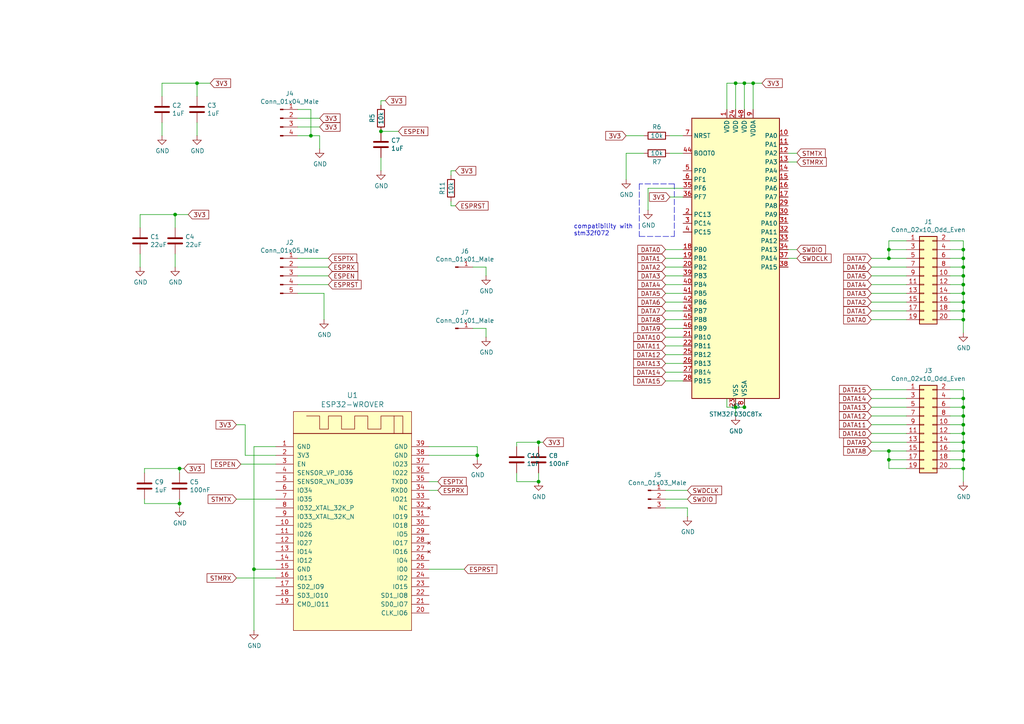
<source format=kicad_sch>
(kicad_sch (version 20250114) (generator "eeschema") (generator_version "9.0")
  (paper "A4")
  (lib_symbols
    (symbol "Connector:Conn_01x01_Male" (pin_names (offset 1.016) (hide yes))
      (property "Reference" "J" (at 0 2.54 0))
      (property "Value" "Connector_Conn_01x01_Male" (at 0 -2.54 0))
      (symbol "Conn_01x01_Male_1_1"
        (rectangle (start 0.8636 0.127) (end 0 -0.127) (stroke (width 0.1524)) (fill (type outline)))
        (polyline (pts (xy 1.27 0) (xy 0.8636 0)) (stroke (width 0.1524)))
        (pin passive line (at 5.08 0 180) (length 3.81) (name "Pin_1") (number "1"))
      )
    )
    (symbol "Connector:Conn_01x03_Male" (pin_names (offset 1.016) (hide yes))
      (property "Reference" "J" (at 0 5.08 0))
      (property "Value" "Connector_Conn_01x03_Male" (at 0 -5.08 0))
      (symbol "Conn_01x03_Male_1_1"
        (rectangle (start 0.8636 2.667) (end 0 2.413) (stroke (width 0.1524)) (fill (type outline)))
        (rectangle (start 0.8636 0.127) (end 0 -0.127) (stroke (width 0.1524)) (fill (type outline)))
        (rectangle (start 0.8636 -2.413) (end 0 -2.667) (stroke (width 0.1524)) (fill (type outline)))
        (polyline (pts (xy 1.27 2.54) (xy 0.8636 2.54)) (stroke (width 0.1524)))
        (polyline (pts (xy 1.27 0) (xy 0.8636 0)) (stroke (width 0.1524)))
        (polyline (pts (xy 1.27 -2.54) (xy 0.8636 -2.54)) (stroke (width 0.1524)))
        (pin passive line (at 5.08 2.54 180) (length 3.81) (name "Pin_1") (number "1"))
        (pin passive line (at 5.08 0 180) (length 3.81) (name "Pin_2") (number "2"))
        (pin passive line (at 5.08 -2.54 180) (length 3.81) (name "Pin_3") (number "3"))
      )
    )
    (symbol "Connector:Conn_01x04_Male" (pin_names (offset 1.016) (hide yes))
      (property "Reference" "J" (at 0 5.08 0))
      (property "Value" "Connector_Conn_01x04_Male" (at 0 -7.62 0))
      (symbol "Conn_01x04_Male_1_1"
        (rectangle (start 0.8636 2.667) (end 0 2.413) (stroke (width 0.1524)) (fill (type outline)))
        (rectangle (start 0.8636 0.127) (end 0 -0.127) (stroke (width 0.1524)) (fill (type outline)))
        (rectangle (start 0.8636 -2.413) (end 0 -2.667) (stroke (width 0.1524)) (fill (type outline)))
        (rectangle (start 0.8636 -4.953) (end 0 -5.207) (stroke (width 0.1524)) (fill (type outline)))
        (polyline (pts (xy 1.27 2.54) (xy 0.8636 2.54)) (stroke (width 0.1524)))
        (polyline (pts (xy 1.27 0) (xy 0.8636 0)) (stroke (width 0.1524)))
        (polyline (pts (xy 1.27 -2.54) (xy 0.8636 -2.54)) (stroke (width 0.1524)))
        (polyline (pts (xy 1.27 -5.08) (xy 0.8636 -5.08)) (stroke (width 0.1524)))
        (pin passive line (at 5.08 2.54 180) (length 3.81) (name "Pin_1") (number "1"))
        (pin passive line (at 5.08 0 180) (length 3.81) (name "Pin_2") (number "2"))
        (pin passive line (at 5.08 -2.54 180) (length 3.81) (name "Pin_3") (number "3"))
        (pin passive line (at 5.08 -5.08 180) (length 3.81) (name "Pin_4") (number "4"))
      )
    )
    (symbol "Connector:Conn_01x05_Male" (pin_names (offset 1.016) (hide yes))
      (property "Reference" "J" (at 0 7.62 0))
      (property "Value" "Connector_Conn_01x05_Male" (at 0 -7.62 0))
      (symbol "Conn_01x05_Male_1_1"
        (rectangle (start 0.8636 5.207) (end 0 4.953) (stroke (width 0.1524)) (fill (type outline)))
        (rectangle (start 0.8636 2.667) (end 0 2.413) (stroke (width 0.1524)) (fill (type outline)))
        (rectangle (start 0.8636 0.127) (end 0 -0.127) (stroke (width 0.1524)) (fill (type outline)))
        (rectangle (start 0.8636 -2.413) (end 0 -2.667) (stroke (width 0.1524)) (fill (type outline)))
        (rectangle (start 0.8636 -4.953) (end 0 -5.207) (stroke (width 0.1524)) (fill (type outline)))
        (polyline (pts (xy 1.27 5.08) (xy 0.8636 5.08)) (stroke (width 0.1524)))
        (polyline (pts (xy 1.27 2.54) (xy 0.8636 2.54)) (stroke (width 0.1524)))
        (polyline (pts (xy 1.27 0) (xy 0.8636 0)) (stroke (width 0.1524)))
        (polyline (pts (xy 1.27 -2.54) (xy 0.8636 -2.54)) (stroke (width 0.1524)))
        (polyline (pts (xy 1.27 -5.08) (xy 0.8636 -5.08)) (stroke (width 0.1524)))
        (pin passive line (at 5.08 5.08 180) (length 3.81) (name "Pin_1") (number "1"))
        (pin passive line (at 5.08 2.54 180) (length 3.81) (name "Pin_2") (number "2"))
        (pin passive line (at 5.08 0 180) (length 3.81) (name "Pin_3") (number "3"))
        (pin passive line (at 5.08 -2.54 180) (length 3.81) (name "Pin_4") (number "4"))
        (pin passive line (at 5.08 -5.08 180) (length 3.81) (name "Pin_5") (number "5"))
      )
    )
    (symbol "Connector_Generic:Conn_02x10_Odd_Even" (pin_names (offset 1.016) (hide yes))
      (property "Reference" "J" (at 1.27 12.7 0))
      (property "Value" "Conn_02x10_Odd_Even" (at 1.27 -15.24 0))
      (symbol "Conn_02x10_Odd_Even_1_1"
        (rectangle (start -1.27 11.43) (end 3.81 -13.97) (stroke (width 0.254)) (fill (type background)))
        (rectangle (start -1.27 10.287) (end 0 10.033) (stroke (width 0.1524)))
        (rectangle (start -1.27 7.747) (end 0 7.493) (stroke (width 0.1524)))
        (rectangle (start -1.27 5.207) (end 0 4.953) (stroke (width 0.1524)))
        (rectangle (start -1.27 2.667) (end 0 2.413) (stroke (width 0.1524)))
        (rectangle (start -1.27 0.127) (end 0 -0.127) (stroke (width 0.1524)))
        (rectangle (start -1.27 -2.413) (end 0 -2.667) (stroke (width 0.1524)))
        (rectangle (start -1.27 -4.953) (end 0 -5.207) (stroke (width 0.1524)))
        (rectangle (start -1.27 -7.493) (end 0 -7.747) (stroke (width 0.1524)))
        (rectangle (start -1.27 -10.033) (end 0 -10.287) (stroke (width 0.1524)))
        (rectangle (start -1.27 -12.573) (end 0 -12.827) (stroke (width 0.1524)))
        (rectangle (start 3.81 10.287) (end 2.54 10.033) (stroke (width 0.1524)))
        (rectangle (start 3.81 7.747) (end 2.54 7.493) (stroke (width 0.1524)))
        (rectangle (start 3.81 5.207) (end 2.54 4.953) (stroke (width 0.1524)))
        (rectangle (start 3.81 2.667) (end 2.54 2.413) (stroke (width 0.1524)))
        (rectangle (start 3.81 0.127) (end 2.54 -0.127) (stroke (width 0.1524)))
        (rectangle (start 3.81 -2.413) (end 2.54 -2.667) (stroke (width 0.1524)))
        (rectangle (start 3.81 -4.953) (end 2.54 -5.207) (stroke (width 0.1524)))
        (rectangle (start 3.81 -7.493) (end 2.54 -7.747) (stroke (width 0.1524)))
        (rectangle (start 3.81 -10.033) (end 2.54 -10.287) (stroke (width 0.1524)))
        (rectangle (start 3.81 -12.573) (end 2.54 -12.827) (stroke (width 0.1524)))
        (pin passive line (at -5.08 10.16 0) (length 3.81) (name "Pin_1") (number "1"))
        (pin passive line (at -5.08 7.62 0) (length 3.81) (name "Pin_3") (number "3"))
        (pin passive line (at -5.08 5.08 0) (length 3.81) (name "Pin_5") (number "5"))
        (pin passive line (at -5.08 2.54 0) (length 3.81) (name "Pin_7") (number "7"))
        (pin passive line (at -5.08 0 0) (length 3.81) (name "Pin_9") (number "9"))
        (pin passive line (at -5.08 -2.54 0) (length 3.81) (name "Pin_11") (number "11"))
        (pin passive line (at -5.08 -5.08 0) (length 3.81) (name "Pin_13") (number "13"))
        (pin passive line (at -5.08 -7.62 0) (length 3.81) (name "Pin_15") (number "15"))
        (pin passive line (at -5.08 -10.16 0) (length 3.81) (name "Pin_17") (number "17"))
        (pin passive line (at -5.08 -12.7 0) (length 3.81) (name "Pin_19") (number "19"))
        (pin passive line (at 7.62 10.16 180) (length 3.81) (name "Pin_2") (number "2"))
        (pin passive line (at 7.62 7.62 180) (length 3.81) (name "Pin_4") (number "4"))
        (pin passive line (at 7.62 5.08 180) (length 3.81) (name "Pin_6") (number "6"))
        (pin passive line (at 7.62 2.54 180) (length 3.81) (name "Pin_8") (number "8"))
        (pin passive line (at 7.62 0 180) (length 3.81) (name "Pin_10") (number "10"))
        (pin passive line (at 7.62 -2.54 180) (length 3.81) (name "Pin_12") (number "12"))
        (pin passive line (at 7.62 -5.08 180) (length 3.81) (name "Pin_14") (number "14"))
        (pin passive line (at 7.62 -7.62 180) (length 3.81) (name "Pin_16") (number "16"))
        (pin passive line (at 7.62 -10.16 180) (length 3.81) (name "Pin_18") (number "18"))
        (pin passive line (at 7.62 -12.7 180) (length 3.81) (name "Pin_20") (number "20"))
      )
    )
    (symbol "Device:C" (pin_numbers (hide yes)) (pin_names (offset 0.254))
      (property "Reference" "C" (at 0.635 2.54 0))
      (property "Value" "C" (at 0.635 -2.54 0))
      (symbol "C_0_1"
        (polyline (pts (xy -2.032 0.762) (xy 2.032 0.762)) (stroke (width 0.508)))
        (polyline (pts (xy -2.032 -0.762) (xy 2.032 -0.762)) (stroke (width 0.508)))
      )
      (symbol "C_1_1"
        (pin passive line (at 0 3.81 270) (length 2.794) (name "~") (number "1"))
        (pin passive line (at 0 -3.81 90) (length 2.794) (name "~") (number "2"))
      )
    )
    (symbol "Device:R" (pin_numbers (hide yes)) (pin_names (offset 0))
      (property "Reference" "R" (at 2.032 0 90))
      (property "Value" "R" (at 0 0 90))
      (symbol "R_0_1"
        (rectangle (start -1.016 -2.54) (end 1.016 2.54) (stroke (width 0.254)))
      )
      (symbol "R_1_1"
        (pin passive line (at 0 3.81 270) (length 1.27) (name "~") (number "1"))
        (pin passive line (at 0 -3.81 90) (length 1.27) (name "~") (number "2"))
      )
    )
    (symbol "MCU_ST_STM32F0:STM32F030C8Tx"
      (property "Reference" "U" (at -12.7 41.91 0))
      (property "Value" "STM32F030C8Tx" (at 7.62 41.91 0))
      (symbol "STM32F030C8Tx_0_1"
        (rectangle (start -12.7 -40.64) (end 12.7 40.64) (stroke (width 0.254)) (fill (type background)))
      )
      (symbol "STM32F030C8Tx_1_1"
        (pin input line (at -15.24 35.56 0) (length 2.54) (name "NRST") (number "7"))
        (pin input line (at -15.24 30.48 0) (length 2.54) (name "BOOT0") (number "44"))
        (pin bidirectional line (at -15.24 25.4 0) (length 2.54) (name "PF0") (number "5"))
        (pin bidirectional line (at -15.24 22.86 0) (length 2.54) (name "PF1") (number "6"))
        (pin bidirectional line (at -15.24 20.32 0) (length 2.54) (name "PF6") (number "35"))
        (pin bidirectional line (at -15.24 17.78 0) (length 2.54) (name "PF7") (number "36"))
        (pin bidirectional line (at -15.24 12.7 0) (length 2.54) (name "PC13") (number "2"))
        (pin bidirectional line (at -15.24 10.16 0) (length 2.54) (name "PC14") (number "3"))
        (pin bidirectional line (at -15.24 7.62 0) (length 2.54) (name "PC15") (number "4"))
        (pin bidirectional line (at -15.24 2.54 0) (length 2.54) (name "PB0") (number "18"))
        (pin bidirectional line (at -15.24 0 0) (length 2.54) (name "PB1") (number "19"))
        (pin bidirectional line (at -15.24 -2.54 0) (length 2.54) (name "PB2") (number "20"))
        (pin bidirectional line (at -15.24 -5.08 0) (length 2.54) (name "PB3") (number "39"))
        (pin bidirectional line (at -15.24 -7.62 0) (length 2.54) (name "PB4") (number "40"))
        (pin bidirectional line (at -15.24 -10.16 0) (length 2.54) (name "PB5") (number "41"))
        (pin bidirectional line (at -15.24 -12.7 0) (length 2.54) (name "PB6") (number "42"))
        (pin bidirectional line (at -15.24 -15.24 0) (length 2.54) (name "PB7") (number "43"))
        (pin bidirectional line (at -15.24 -17.78 0) (length 2.54) (name "PB8") (number "45"))
        (pin bidirectional line (at -15.24 -20.32 0) (length 2.54) (name "PB9") (number "46"))
        (pin bidirectional line (at -15.24 -22.86 0) (length 2.54) (name "PB10") (number "21"))
        (pin bidirectional line (at -15.24 -25.4 0) (length 2.54) (name "PB11") (number "22"))
        (pin bidirectional line (at -15.24 -27.94 0) (length 2.54) (name "PB12") (number "25"))
        (pin bidirectional line (at -15.24 -30.48 0) (length 2.54) (name "PB13") (number "26"))
        (pin bidirectional line (at -15.24 -33.02 0) (length 2.54) (name "PB14") (number "27"))
        (pin bidirectional line (at -15.24 -35.56 0) (length 2.54) (name "PB15") (number "28"))
        (pin power_in line (at -2.54 43.18 270) (length 2.54) (name "VDD") (number "1"))
        (pin power_in line (at 0 43.18 270) (length 2.54) (name "VDD") (number "24"))
        (pin power_in line (at 0 -43.18 90) (length 2.54) (name "VSS") (number "23"))
        (pin passive line (at 0 -43.18 90) (length 2.54) (hide yes) (name "VSS") (number "47"))
        (pin power_in line (at 2.54 43.18 270) (length 2.54) (name "VDD") (number "48"))
        (pin power_in line (at 2.54 -43.18 90) (length 2.54) (name "VSSA") (number "8"))
        (pin power_in line (at 5.08 43.18 270) (length 2.54) (name "VDDA") (number "9"))
        (pin bidirectional line (at 15.24 35.56 180) (length 2.54) (name "PA0") (number "10"))
        (pin bidirectional line (at 15.24 33.02 180) (length 2.54) (name "PA1") (number "11"))
        (pin bidirectional line (at 15.24 30.48 180) (length 2.54) (name "PA2") (number "12"))
        (pin bidirectional line (at 15.24 27.94 180) (length 2.54) (name "PA3") (number "13"))
        (pin bidirectional line (at 15.24 25.4 180) (length 2.54) (name "PA4") (number "14"))
        (pin bidirectional line (at 15.24 22.86 180) (length 2.54) (name "PA5") (number "15"))
        (pin bidirectional line (at 15.24 20.32 180) (length 2.54) (name "PA6") (number "16"))
        (pin bidirectional line (at 15.24 17.78 180) (length 2.54) (name "PA7") (number "17"))
        (pin bidirectional line (at 15.24 15.24 180) (length 2.54) (name "PA8") (number "29"))
        (pin bidirectional line (at 15.24 12.7 180) (length 2.54) (name "PA9") (number "30"))
        (pin bidirectional line (at 15.24 10.16 180) (length 2.54) (name "PA10") (number "31"))
        (pin bidirectional line (at 15.24 7.62 180) (length 2.54) (name "PA11") (number "32"))
        (pin bidirectional line (at 15.24 5.08 180) (length 2.54) (name "PA12") (number "33"))
        (pin bidirectional line (at 15.24 2.54 180) (length 2.54) (name "PA13") (number "34"))
        (pin bidirectional line (at 15.24 0 180) (length 2.54) (name "PA14") (number "37"))
        (pin bidirectional line (at 15.24 -2.54 180) (length 2.54) (name "PA15") (number "38"))
      )
    )
    (symbol "esp32-wrover:ESP32-WROVER" (pin_names (offset 1.016))
      (property "Reference" "U" (at -15.24 -33.02 0))
      (property "Value" "ESP32-WROVER" (at 6.35 -33.02 0))
      (symbol "ESP32-WROVER_0_1"
        (rectangle (start -17.78 29.21) (end 16.51 22.86) (fill (type background)))
        (rectangle (start -17.78 22.86) (end 16.51 -34.29) (fill (type background)))
        (polyline (pts (xy -13.97 27.94) (xy -10.16 27.94) (xy -10.16 24.13) (xy -7.62 24.13) (xy -7.62 27.94) (xy -3.81 27.94) (xy -3.81 24.13) (xy 0 24.13) (xy 0 27.94) (xy 3.81 27.94) (xy 3.81 24.13) (xy 7.62 24.13) (xy 7.62 27.94) (xy 11.43 27.94) (xy 11.43 22.86)))
        (polyline (pts (xy 11.43 27.94) (xy 13.97 27.94) (xy 13.97 22.86)))
      )
      (symbol "ESP32-WROVER_1_1"
        (pin power_in line (at -22.86 19.05 0) (length 5.08) (name "GND") (number "1"))
        (pin power_in line (at -22.86 16.51 0) (length 5.08) (name "3V3") (number "2"))
        (pin input line (at -22.86 13.97 0) (length 5.08) (name "EN") (number "3"))
        (pin input line (at -22.86 11.43 0) (length 5.08) (name "SENSOR_VP_IO36") (number "4"))
        (pin input line (at -22.86 8.89 0) (length 5.08) (name "SENSOR_VN_IO39") (number "5"))
        (pin input line (at -22.86 6.35 0) (length 5.08) (name "IO34") (number "6"))
        (pin input line (at -22.86 3.81 0) (length 5.08) (name "IO35") (number "7"))
        (pin bidirectional line (at -22.86 1.27 0) (length 5.08) (name "IO32_XTAL_32K_P") (number "8"))
        (pin bidirectional line (at -22.86 -1.27 0) (length 5.08) (name "IO33_XTAL_32K_N") (number "9"))
        (pin bidirectional line (at -22.86 -3.81 0) (length 5.08) (name "IO25") (number "10"))
        (pin bidirectional line (at -22.86 -6.35 0) (length 5.08) (name "IO26") (number "11"))
        (pin bidirectional line (at -22.86 -8.89 0) (length 5.08) (name "IO27") (number "12"))
        (pin bidirectional line (at -22.86 -11.43 0) (length 5.08) (name "IO14") (number "13"))
        (pin bidirectional line (at -22.86 -13.97 0) (length 5.08) (name "IO12") (number "14"))
        (pin power_in line (at -22.86 -16.51 0) (length 5.08) (name "GND") (number "15"))
        (pin bidirectional line (at -22.86 -19.05 0) (length 5.08) (name "IO13") (number "16"))
        (pin bidirectional line (at -22.86 -21.59 0) (length 5.08) (name "SD2_IO9") (number "17"))
        (pin bidirectional line (at -22.86 -24.13 0) (length 5.08) (name "SD3_IO10") (number "18"))
        (pin bidirectional line (at -22.86 -26.67 0) (length 5.08) (name "CMD_IO11") (number "19"))
        (pin power_in line (at 21.59 19.05 180) (length 5.08) (name "GND") (number "39"))
        (pin power_in line (at 21.59 16.51 180) (length 5.08) (name "GND") (number "38"))
        (pin bidirectional line (at 21.59 13.97 180) (length 5.08) (name "IO23") (number "37"))
        (pin bidirectional line (at 21.59 11.43 180) (length 5.08) (name "IO22") (number "36"))
        (pin output line (at 21.59 8.89 180) (length 5.08) (name "TXD0") (number "35"))
        (pin input line (at 21.59 6.35 180) (length 5.08) (name "RXD0") (number "34"))
        (pin bidirectional line (at 21.59 3.81 180) (length 5.08) (name "IO21") (number "33"))
        (pin no_connect line (at 21.59 1.27 180) (length 5.08) (name "NC") (number "32"))
        (pin bidirectional line (at 21.59 -1.27 180) (length 5.08) (name "IO19") (number "31"))
        (pin bidirectional line (at 21.59 -3.81 180) (length 5.08) (name "IO18") (number "30"))
        (pin bidirectional line (at 21.59 -6.35 180) (length 5.08) (name "IO5") (number "29"))
        (pin no_connect line (at 21.59 -8.89 180) (length 5.08) (name "IO17") (number "28"))
        (pin no_connect line (at 21.59 -11.43 180) (length 5.08) (name "IO16") (number "27"))
        (pin bidirectional line (at 21.59 -13.97 180) (length 5.08) (name "IO4") (number "26"))
        (pin bidirectional line (at 21.59 -16.51 180) (length 5.08) (name "IO0") (number "25"))
        (pin bidirectional line (at 21.59 -19.05 180) (length 5.08) (name "IO2") (number "24"))
        (pin bidirectional line (at 21.59 -21.59 180) (length 5.08) (name "IO15") (number "23"))
        (pin bidirectional line (at 21.59 -24.13 180) (length 5.08) (name "SD1_IO8") (number "22"))
        (pin bidirectional line (at 21.59 -26.67 180) (length 5.08) (name "SD0_IO7") (number "21"))
        (pin bidirectional line (at 21.59 -29.21 180) (length 5.08) (name "CLK_IO6") (number "20"))
      )
    )
    (symbol "power:GND" (power) (pin_numbers (hide yes)) (pin_names (offset 0) (hide yes))
      (property "Value" "GND" (at 0 -3.81 0))
      (symbol "GND_0_1"
        (polyline (pts (xy 0 0) (xy 0 -1.27) (xy 1.27 -1.27) (xy 0 -2.54) (xy -1.27 -1.27) (xy 0 -1.27)))
      )
      (symbol "GND_1_1"
        (pin power_in line (at 0 0 270) (length 0) (name "~") (number "1"))
      )
    )
  )
  (text "compatibility with\nstm32f072" (at 166.37 68.58 0) (effects (font (size 1.27 1.27)) (justify left bottom)))
  (junction (at 279.4 118.11))
  (junction (at 52.07 146.05))
  (junction (at 279.4 128.27))
  (junction (at 279.4 90.17))
  (junction (at 279.4 77.47))
  (junction (at 279.4 130.81))
  (junction (at 110.49 38.1))
  (junction (at 279.4 82.55))
  (junction (at 279.4 87.63))
  (junction (at 279.4 133.35))
  (junction (at 57.15 24.13))
  (junction (at 218.44 24.13))
  (junction (at 215.9 118.11))
  (junction (at 52.07 135.89))
  (junction (at 257.81 130.81))
  (junction (at 213.36 24.13))
  (junction (at 215.9 24.13))
  (junction (at 279.4 85.09))
  (junction (at 279.4 72.39))
  (junction (at 50.8 62.23))
  (junction (at 257.81 72.39))
  (junction (at 279.4 135.89))
  (junction (at 279.4 123.19))
  (junction (at 156.21 128.27))
  (junction (at 73.66 165.1))
  (junction (at 90.17 39.37))
  (junction (at 279.4 92.71))
  (junction (at 213.36 118.11))
  (junction (at 279.4 125.73))
  (junction (at 279.4 80.01))
  (junction (at 138.43 132.08))
  (junction (at 279.4 120.65))
  (junction (at 156.21 139.7))
  (junction (at 279.4 115.57))
  (junction (at 257.81 74.93))
  (junction (at 279.4 74.93))
  (junction (at 257.81 133.35))
  (wire (pts (xy 275.59 87.63) (xy 279.4 87.63)))
  (wire (pts (xy 40.64 73.66) (xy 40.64 77.47)))
  (wire (pts (xy 41.91 146.05) (xy 52.07 146.05)))
  (wire (pts (xy 193.04 77.47) (xy 198.12 77.47)))
  (wire (pts (xy 279.4 85.09) (xy 279.4 82.55)))
  (wire (pts (xy 279.4 139.7) (xy 279.4 135.89)))
  (wire (pts (xy 279.4 87.63) (xy 279.4 85.09)))
  (wire (pts (xy 140.97 97.79) (xy 140.97 95.25)))
  (wire (pts (xy 193.04 72.39) (xy 198.12 72.39)))
  (wire (pts (xy 198.12 44.45) (xy 194.31 44.45)))
  (wire (pts (xy 275.59 125.73) (xy 279.4 125.73)))
  (wire (pts (xy 50.8 62.23) (xy 40.64 62.23)))
  (wire (pts (xy 231.14 72.39) (xy 228.6 72.39)))
  (wire (pts (xy 215.9 24.13) (xy 218.44 24.13)))
  (wire (pts (xy 275.59 74.93) (xy 279.4 74.93)))
  (wire (pts (xy 213.36 24.13) (xy 213.36 31.75)))
  (wire (pts (xy 257.81 72.39) (xy 257.81 74.93)))
  (wire (pts (xy 57.15 27.94) (xy 57.15 24.13)))
  (wire (pts (xy 86.36 36.83) (xy 92.71 36.83)))
  (wire (pts (xy 279.4 133.35) (xy 279.4 130.81)))
  (wire (pts (xy 57.15 35.56) (xy 57.15 39.37)))
  (wire (pts (xy 198.12 57.15) (xy 194.31 57.15)))
  (wire (pts (xy 252.73 90.17) (xy 262.89 90.17)))
  (wire (pts (xy 275.59 90.17) (xy 279.4 90.17)))
  (wire (pts (xy 68.58 144.78) (xy 80.01 144.78)))
  (wire (pts (xy 279.4 90.17) (xy 279.4 87.63)))
  (wire (pts (xy 215.9 24.13) (xy 215.9 31.75)))
  (wire (pts (xy 275.59 118.11) (xy 279.4 118.11)))
  (wire (pts (xy 215.9 118.11) (xy 213.36 118.11)))
  (wire (pts (xy 124.46 165.1) (xy 134.62 165.1)))
  (wire (pts (xy 193.04 102.87) (xy 198.12 102.87)))
  (wire (pts (xy 86.36 82.55) (xy 95.25 82.55)))
  (wire (pts (xy 257.81 135.89) (xy 262.89 135.89)))
  (wire (pts (xy 80.01 165.1) (xy 73.66 165.1)))
  (wire (pts (xy 275.59 85.09) (xy 279.4 85.09)))
  (wire (pts (xy 275.59 80.01) (xy 279.4 80.01)))
  (wire (pts (xy 86.36 31.75) (xy 90.17 31.75)))
  (wire (pts (xy 279.4 92.71) (xy 275.59 92.71)))
  (wire (pts (xy 279.4 69.85) (xy 275.59 69.85)))
  (wire (pts (xy 40.64 62.23) (xy 40.64 66.04)))
  (wire (pts (xy 52.07 146.05) (xy 52.07 147.32)))
  (wire (pts (xy 186.69 39.37) (xy 181.61 39.37)))
  (wire (pts (xy 186.69 44.45) (xy 181.61 44.45)))
  (wire (pts (xy 279.4 125.73) (xy 279.4 123.19)))
  (wire (pts (xy 187.96 54.61) (xy 187.96 60.96)))
  (wire (pts (xy 213.36 24.13) (xy 210.82 24.13)))
  (wire (pts (xy 193.04 95.25) (xy 198.12 95.25)))
  (wire (pts (xy 140.97 77.47) (xy 137.16 77.47)))
  (wire (pts (xy 86.36 80.01) (xy 95.25 80.01)))
  (wire (pts (xy 257.81 133.35) (xy 262.89 133.35)))
  (polyline (pts (xy 195.58 68.58) (xy 195.58 53.34)) (stroke (width 0) (type dash)))
  (wire (pts (xy 149.86 137.16) (xy 149.86 139.7)))
  (wire (pts (xy 252.73 87.63) (xy 262.89 87.63)))
  (wire (pts (xy 257.81 69.85) (xy 262.89 69.85)))
  (wire (pts (xy 80.01 129.54) (xy 73.66 129.54)))
  (wire (pts (xy 231.14 44.45) (xy 228.6 44.45)))
  (wire (pts (xy 257.81 69.85) (xy 257.81 72.39)))
  (wire (pts (xy 86.36 34.29) (xy 92.71 34.29)))
  (wire (pts (xy 193.04 100.33) (xy 198.12 100.33)))
  (wire (pts (xy 279.4 82.55) (xy 279.4 80.01)))
  (polyline (pts (xy 185.42 53.34) (xy 185.42 68.58)) (stroke (width 0) (type dash)))
  (polyline (pts (xy 195.58 53.34) (xy 185.42 53.34)) (stroke (width 0) (type dash)))
  (wire (pts (xy 46.99 24.13) (xy 46.99 27.94)))
  (wire (pts (xy 127 142.24) (xy 124.46 142.24)))
  (wire (pts (xy 199.39 149.86) (xy 199.39 147.32)))
  (wire (pts (xy 71.12 123.19) (xy 71.12 132.08)))
  (wire (pts (xy 279.4 120.65) (xy 279.4 118.11)))
  (wire (pts (xy 52.07 135.89) (xy 41.91 135.89)))
  (wire (pts (xy 199.39 147.32) (xy 193.04 147.32)))
  (wire (pts (xy 252.73 115.57) (xy 262.89 115.57)))
  (wire (pts (xy 90.17 31.75) (xy 90.17 39.37)))
  (wire (pts (xy 252.73 118.11) (xy 262.89 118.11)))
  (wire (pts (xy 149.86 139.7) (xy 156.21 139.7)))
  (wire (pts (xy 193.04 92.71) (xy 198.12 92.71)))
  (wire (pts (xy 193.04 90.17) (xy 198.12 90.17)))
  (wire (pts (xy 279.4 96.52) (xy 279.4 92.71)))
  (wire (pts (xy 140.97 95.25) (xy 137.16 95.25)))
  (wire (pts (xy 132.08 59.69) (xy 130.81 59.69)))
  (wire (pts (xy 115.57 38.1) (xy 110.49 38.1)))
  (wire (pts (xy 193.04 87.63) (xy 198.12 87.63)))
  (wire (pts (xy 73.66 165.1) (xy 73.66 182.88)))
  (wire (pts (xy 157.48 128.27) (xy 156.21 128.27)))
  (wire (pts (xy 156.21 128.27) (xy 156.21 129.54)))
  (wire (pts (xy 279.4 135.89) (xy 275.59 135.89)))
  (wire (pts (xy 124.46 129.54) (xy 138.43 129.54)))
  (wire (pts (xy 252.73 130.81) (xy 257.81 130.81)))
  (wire (pts (xy 52.07 135.89) (xy 52.07 137.16)))
  (wire (pts (xy 252.73 113.03) (xy 262.89 113.03)))
  (wire (pts (xy 111.76 29.21) (xy 110.49 29.21)))
  (wire (pts (xy 86.36 74.93) (xy 95.25 74.93)))
  (wire (pts (xy 110.49 45.72) (xy 110.49 49.53)))
  (wire (pts (xy 50.8 73.66) (xy 50.8 77.47)))
  (wire (pts (xy 127 139.7) (xy 124.46 139.7)))
  (wire (pts (xy 140.97 80.01) (xy 140.97 77.47)))
  (wire (pts (xy 275.59 72.39) (xy 279.4 72.39)))
  (wire (pts (xy 279.4 118.11) (xy 279.4 115.57)))
  (wire (pts (xy 41.91 135.89) (xy 41.91 137.16)))
  (wire (pts (xy 257.81 135.89) (xy 257.81 133.35)))
  (wire (pts (xy 275.59 133.35) (xy 279.4 133.35)))
  (wire (pts (xy 252.73 77.47) (xy 262.89 77.47)))
  (wire (pts (xy 193.04 107.95) (xy 198.12 107.95)))
  (wire (pts (xy 57.15 24.13) (xy 46.99 24.13)))
  (wire (pts (xy 138.43 132.08) (xy 138.43 133.35)))
  (wire (pts (xy 68.58 167.64) (xy 80.01 167.64)))
  (wire (pts (xy 193.04 74.93) (xy 198.12 74.93)))
  (wire (pts (xy 193.04 85.09) (xy 198.12 85.09)))
  (wire (pts (xy 279.4 80.01) (xy 279.4 77.47)))
  (wire (pts (xy 86.36 39.37) (xy 90.17 39.37)))
  (wire (pts (xy 252.73 85.09) (xy 262.89 85.09)))
  (wire (pts (xy 86.36 85.09) (xy 93.98 85.09)))
  (wire (pts (xy 279.4 115.57) (xy 279.4 113.03)))
  (wire (pts (xy 124.46 132.08) (xy 138.43 132.08)))
  (wire (pts (xy 194.31 39.37) (xy 198.12 39.37)))
  (wire (pts (xy 54.61 62.23) (xy 50.8 62.23)))
  (wire (pts (xy 92.71 39.37) (xy 92.71 43.18)))
  (wire (pts (xy 213.36 120.65) (xy 213.36 118.11)))
  (wire (pts (xy 231.14 46.99) (xy 228.6 46.99)))
  (wire (pts (xy 130.81 58.42) (xy 130.81 59.69)))
  (wire (pts (xy 252.73 92.71) (xy 262.89 92.71)))
  (wire (pts (xy 210.82 24.13) (xy 210.82 31.75)))
  (wire (pts (xy 279.4 92.71) (xy 279.4 90.17)))
  (wire (pts (xy 218.44 24.13) (xy 220.98 24.13)))
  (wire (pts (xy 130.81 49.53) (xy 130.81 50.8)))
  (wire (pts (xy 252.73 123.19) (xy 262.89 123.19)))
  (wire (pts (xy 257.81 74.93) (xy 262.89 74.93)))
  (wire (pts (xy 215.9 115.57) (xy 215.9 118.11)))
  (wire (pts (xy 193.04 105.41) (xy 198.12 105.41)))
  (wire (pts (xy 71.12 132.08) (xy 80.01 132.08)))
  (polyline (pts (xy 185.42 68.58) (xy 195.58 68.58)) (stroke (width 0) (type dash)))
  (wire (pts (xy 53.34 135.89) (xy 52.07 135.89)))
  (wire (pts (xy 52.07 144.78) (xy 52.07 146.05)))
  (wire (pts (xy 275.59 123.19) (xy 279.4 123.19)))
  (wire (pts (xy 156.21 137.16) (xy 156.21 139.7)))
  (wire (pts (xy 252.73 80.01) (xy 262.89 80.01)))
  (wire (pts (xy 156.21 128.27) (xy 149.86 128.27)))
  (wire (pts (xy 199.39 142.24) (xy 193.04 142.24)))
  (wire (pts (xy 73.66 129.54) (xy 73.66 165.1)))
  (wire (pts (xy 252.73 128.27) (xy 262.89 128.27)))
  (wire (pts (xy 257.81 72.39) (xy 262.89 72.39)))
  (wire (pts (xy 279.4 128.27) (xy 279.4 125.73)))
  (wire (pts (xy 275.59 115.57) (xy 279.4 115.57)))
  (wire (pts (xy 90.17 39.37) (xy 92.71 39.37)))
  (wire (pts (xy 68.58 123.19) (xy 71.12 123.19)))
  (wire (pts (xy 181.61 52.07) (xy 181.61 44.45)))
  (wire (pts (xy 210.82 118.11) (xy 210.82 115.57)))
  (wire (pts (xy 257.81 130.81) (xy 262.89 130.81)))
  (wire (pts (xy 213.36 118.11) (xy 213.36 115.57)))
  (wire (pts (xy 257.81 130.81) (xy 257.81 133.35)))
  (wire (pts (xy 132.08 49.53) (xy 130.81 49.53)))
  (wire (pts (xy 252.73 120.65) (xy 262.89 120.65)))
  (wire (pts (xy 279.4 113.03) (xy 275.59 113.03)))
  (wire (pts (xy 218.44 24.13) (xy 218.44 31.75)))
  (wire (pts (xy 279.4 72.39) (xy 279.4 69.85)))
  (wire (pts (xy 275.59 82.55) (xy 279.4 82.55)))
  (wire (pts (xy 199.39 144.78) (xy 193.04 144.78)))
  (wire (pts (xy 193.04 110.49) (xy 198.12 110.49)))
  (wire (pts (xy 275.59 128.27) (xy 279.4 128.27)))
  (wire (pts (xy 50.8 66.04) (xy 50.8 62.23)))
  (wire (pts (xy 213.36 118.11) (xy 210.82 118.11)))
  (wire (pts (xy 252.73 125.73) (xy 262.89 125.73)))
  (wire (pts (xy 252.73 82.55) (xy 262.89 82.55)))
  (wire (pts (xy 41.91 144.78) (xy 41.91 146.05)))
  (wire (pts (xy 275.59 77.47) (xy 279.4 77.47)))
  (wire (pts (xy 46.99 35.56) (xy 46.99 39.37)))
  (wire (pts (xy 231.14 74.93) (xy 228.6 74.93)))
  (wire (pts (xy 279.4 74.93) (xy 279.4 72.39)))
  (wire (pts (xy 149.86 128.27) (xy 149.86 129.54)))
  (wire (pts (xy 93.98 85.09) (xy 93.98 92.71)))
  (wire (pts (xy 138.43 129.54) (xy 138.43 132.08)))
  (wire (pts (xy 193.04 97.79) (xy 198.12 97.79)))
  (wire (pts (xy 275.59 130.81) (xy 279.4 130.81)))
  (wire (pts (xy 215.9 24.13) (xy 213.36 24.13)))
  (wire (pts (xy 275.59 120.65) (xy 279.4 120.65)))
  (wire (pts (xy 198.12 54.61) (xy 187.96 54.61)))
  (wire (pts (xy 279.4 130.81) (xy 279.4 128.27)))
  (wire (pts (xy 110.49 29.21) (xy 110.49 30.48)))
  (wire (pts (xy 279.4 135.89) (xy 279.4 133.35)))
  (bus (pts (xy -31.75 -25.4) (xy -29.21 -22.86)))
  (wire (pts (xy 193.04 82.55) (xy 198.12 82.55)))
  (wire (pts (xy 86.36 77.47) (xy 95.25 77.47)))
  (wire (pts (xy 279.4 123.19) (xy 279.4 120.65)))
  (wire (pts (xy 193.04 80.01) (xy 198.12 80.01)))
  (wire (pts (xy 60.96 24.13) (xy 57.15 24.13)))
  (wire (pts (xy 252.73 74.93) (xy 257.81 74.93)))
  (wire (pts (xy 80.01 134.62) (xy 69.85 134.62)))
  (wire (pts (xy 279.4 77.47) (xy 279.4 74.93)))
  (global_label "DATA13" (shape input) (at 193.04 105.41 180) (property "Intersheetrefs" "${INTERSHEET_REFS}" (effects (hide yes))))
  (global_label "DATA5" (shape input) (at 193.04 85.09 180) (property "Intersheetrefs" "${INTERSHEET_REFS}" (effects (hide yes))))
  (global_label "3V3" (shape input) (at 181.61 39.37 180) (property "Intersheetrefs" "${INTERSHEET_REFS}" (effects (hide yes))))
  (global_label "STMTX" (shape input) (at 231.14 44.45 0) (property "Intersheetrefs" "${INTERSHEET_REFS}" (effects (hide yes))))
  (global_label "DATA10" (shape input) (at 193.04 97.79 180) (property "Intersheetrefs" "${INTERSHEET_REFS}" (effects (hide yes))))
  (global_label "DATA1" (shape input) (at 193.04 74.93 180) (property "Intersheetrefs" "${INTERSHEET_REFS}" (effects (hide yes))))
  (global_label "DATA2" (shape input) (at 193.04 77.47 180) (property "Intersheetrefs" "${INTERSHEET_REFS}" (effects (hide yes))))
  (global_label "DATA9" (shape input) (at 193.04 95.25 180) (property "Intersheetrefs" "${INTERSHEET_REFS}" (effects (hide yes))))
  (global_label "ESPEN" (shape input) (at 95.25 80.01 0) (property "Intersheetrefs" "${INTERSHEET_REFS}" (effects (hide yes))))
  (global_label "3V3" (shape input) (at 220.98 24.13 0) (property "Intersheetrefs" "${INTERSHEET_REFS}" (effects (hide yes))))
  (global_label "DATA8" (shape input) (at 193.04 92.71 180) (property "Intersheetrefs" "${INTERSHEET_REFS}" (effects (hide yes))))
  (global_label "DATA0" (shape input) (at 252.73 92.71 180) (property "Intersheetrefs" "${INTERSHEET_REFS}" (effects (hide yes))))
  (global_label "3V3" (shape input) (at 68.58 123.19 180) (property "Intersheetrefs" "${INTERSHEET_REFS}" (effects (hide yes))))
  (global_label "SWDIO" (shape input) (at 231.14 72.39 0) (property "Intersheetrefs" "${INTERSHEET_REFS}" (effects (hide yes))))
  (global_label "DATA13" (shape input) (at 252.73 118.11 180) (property "Intersheetrefs" "${INTERSHEET_REFS}" (effects (hide yes))))
  (global_label "ESPEN" (shape input) (at 69.85 134.62 180) (property "Intersheetrefs" "${INTERSHEET_REFS}" (effects (hide yes))))
  (global_label "SWDCLK" (shape input) (at 231.14 74.93 0) (property "Intersheetrefs" "${INTERSHEET_REFS}" (effects (hide yes))))
  (global_label "DATA3" (shape input) (at 252.73 85.09 180) (property "Intersheetrefs" "${INTERSHEET_REFS}" (effects (hide yes))))
  (global_label "DATA14" (shape input) (at 193.04 107.95 180) (property "Intersheetrefs" "${INTERSHEET_REFS}" (effects (hide yes))))
  (global_label "DATA9" (shape input) (at 252.73 128.27 180) (property "Intersheetrefs" "${INTERSHEET_REFS}" (effects (hide yes))))
  (global_label "ESPRX" (shape input) (at 95.25 77.47 0) (property "Intersheetrefs" "${INTERSHEET_REFS}" (effects (hide yes))))
  (global_label "ESPTX" (shape input) (at 95.25 74.93 0) (property "Intersheetrefs" "${INTERSHEET_REFS}" (effects (hide yes))))
  (global_label "3V3" (shape input) (at 92.71 34.29 0) (property "Intersheetrefs" "${INTERSHEET_REFS}" (effects (hide yes))))
  (global_label "DATA15" (shape input) (at 193.04 110.49 180) (property "Intersheetrefs" "${INTERSHEET_REFS}" (effects (hide yes))))
  (global_label "3V3" (shape input) (at 194.31 57.15 180) (property "Intersheetrefs" "${INTERSHEET_REFS}" (effects (hide yes))))
  (global_label "SWDIO" (shape input) (at 199.39 144.78 0) (property "Intersheetrefs" "${INTERSHEET_REFS}" (effects (hide yes))))
  (global_label "ESPEN" (shape input) (at 115.57 38.1 0) (property "Intersheetrefs" "${INTERSHEET_REFS}" (effects (hide yes))))
  (global_label "ESPRST" (shape input) (at 95.25 82.55 0) (property "Intersheetrefs" "${INTERSHEET_REFS}" (effects (hide yes))))
  (global_label "ESPTX" (shape input) (at 127 139.7 0) (property "Intersheetrefs" "${INTERSHEET_REFS}" (effects (hide yes))))
  (global_label "3V3" (shape input) (at 60.96 24.13 0) (property "Intersheetrefs" "${INTERSHEET_REFS}" (effects (hide yes))))
  (global_label "3V3" (shape input) (at 132.08 49.53 0) (property "Intersheetrefs" "${INTERSHEET_REFS}" (effects (hide yes))))
  (global_label "3V3" (shape input) (at 54.61 62.23 0) (property "Intersheetrefs" "${INTERSHEET_REFS}" (effects (hide yes))))
  (global_label "DATA10" (shape input) (at 252.73 125.73 180) (property "Intersheetrefs" "${INTERSHEET_REFS}" (effects (hide yes))))
  (global_label "DATA15" (shape input) (at 252.73 113.03 180) (property "Intersheetrefs" "${INTERSHEET_REFS}" (effects (hide yes))))
  (global_label "DATA3" (shape input) (at 193.04 80.01 180) (property "Intersheetrefs" "${INTERSHEET_REFS}" (effects (hide yes))))
  (global_label "ESPRST" (shape input) (at 132.08 59.69 0) (property "Intersheetrefs" "${INTERSHEET_REFS}" (effects (hide yes))))
  (global_label "DATA11" (shape input) (at 193.04 100.33 180) (property "Intersheetrefs" "${INTERSHEET_REFS}" (effects (hide yes))))
  (global_label "3V3" (shape input) (at 92.71 36.83 0) (property "Intersheetrefs" "${INTERSHEET_REFS}" (effects (hide yes))))
  (global_label "STMRX" (shape input) (at 231.14 46.99 0) (property "Intersheetrefs" "${INTERSHEET_REFS}" (effects (hide yes))))
  (global_label "DATA2" (shape input) (at 252.73 87.63 180) (property "Intersheetrefs" "${INTERSHEET_REFS}" (effects (hide yes))))
  (global_label "DATA6" (shape input) (at 252.73 77.47 180) (property "Intersheetrefs" "${INTERSHEET_REFS}" (effects (hide yes))))
  (global_label "DATA4" (shape input) (at 252.73 82.55 180) (property "Intersheetrefs" "${INTERSHEET_REFS}" (effects (hide yes))))
  (global_label "ESPRX" (shape input) (at 127 142.24 0) (property "Intersheetrefs" "${INTERSHEET_REFS}" (effects (hide yes))))
  (global_label "3V3" (shape input) (at 111.76 29.21 0) (property "Intersheetrefs" "${INTERSHEET_REFS}" (effects (hide yes))))
  (global_label "STMTX" (shape input) (at 68.58 144.78 180) (property "Intersheetrefs" "${INTERSHEET_REFS}" (effects (hide yes))))
  (global_label "DATA0" (shape input) (at 193.04 72.39 180) (property "Intersheetrefs" "${INTERSHEET_REFS}" (effects (hide yes))))
  (global_label "DATA1" (shape input) (at 252.73 90.17 180) (property "Intersheetrefs" "${INTERSHEET_REFS}" (effects (hide yes))))
  (global_label "DATA7" (shape input) (at 193.04 90.17 180) (property "Intersheetrefs" "${INTERSHEET_REFS}" (effects (hide yes))))
  (global_label "DATA7" (shape input) (at 252.73 74.93 180) (property "Intersheetrefs" "${INTERSHEET_REFS}" (effects (hide yes))))
  (global_label "3V3" (shape input) (at 157.48 128.27 0) (property "Intersheetrefs" "${INTERSHEET_REFS}" (effects (hide yes))))
  (global_label "DATA12" (shape input) (at 193.04 102.87 180) (property "Intersheetrefs" "${INTERSHEET_REFS}" (effects (hide yes))))
  (global_label "DATA8" (shape input) (at 252.73 130.81 180) (property "Intersheetrefs" "${INTERSHEET_REFS}" (effects (hide yes))))
  (global_label "DATA12" (shape input) (at 252.73 120.65 180) (property "Intersheetrefs" "${INTERSHEET_REFS}" (effects (hide yes))))
  (global_label "DATA6" (shape input) (at 193.04 87.63 180) (property "Intersheetrefs" "${INTERSHEET_REFS}" (effects (hide yes))))
  (global_label "DATA4" (shape input) (at 193.04 82.55 180) (property "Intersheetrefs" "${INTERSHEET_REFS}" (effects (hide yes))))
  (global_label "DATA5" (shape input) (at 252.73 80.01 180) (property "Intersheetrefs" "${INTERSHEET_REFS}" (effects (hide yes))))
  (global_label "DATA14" (shape input) (at 252.73 115.57 180) (property "Intersheetrefs" "${INTERSHEET_REFS}" (effects (hide yes))))
  (global_label "DATA11" (shape input) (at 252.73 123.19 180) (property "Intersheetrefs" "${INTERSHEET_REFS}" (effects (hide yes))))
  (global_label "3V3" (shape input) (at 53.34 135.89 0) (property "Intersheetrefs" "${INTERSHEET_REFS}" (effects (hide yes))))
  (global_label "ESPRST" (shape input) (at 134.62 165.1 0) (property "Intersheetrefs" "${INTERSHEET_REFS}" (effects (hide yes))))
  (global_label "STMRX" (shape input) (at 68.58 167.64 180) (property "Intersheetrefs" "${INTERSHEET_REFS}" (effects (hide yes))))
  (global_label "SWDCLK" (shape input) (at 199.39 142.24 0) (property "Intersheetrefs" "${INTERSHEET_REFS}" (effects (hide yes))))
  (symbol (lib_id "esp32-wrover:ESP32-WROVER") (at 102.87 148.59 0) (unit 1)
    (property "Reference" "U1" (at 102.235 114.6302 0) (effects (font (size 1.524 1.524))))
    (property "Value" "ESP32-WROVER" (at 102.235 117.3226 0) (effects (font (size 1.524 1.524))))
    (property "Footprint" "esp32-wrover:XCVR_ESP32-WROVER" (effects (hide yes)))
    (property "LCSC" "C701352" (effects (hide yes)))
  )
  (symbol (lib_id "power:GND") (at 213.36 120.65 0) (unit 1)
    (property "Reference" "#PWR0103" (effects (hide yes)))
    (property "Value" "GND" (at 213.487 125.0442 0))
  )
  (symbol (lib_id "Device:R") (at 190.5 39.37 270) (unit 1)
    (property "Reference" "R6" (at 190.5 36.83 90))
    (property "Value" "10k" (at 190.5 39.37 90))
    (property "Footprint" "Resistor_SMD:R_0402_1005Metric" (effects (hide yes)))
    (property "LCSC" "C25744" (effects (hide yes)))
  )
  (symbol (lib_id "Device:R") (at 190.5 44.45 270) (unit 1)
    (property "Reference" "R7" (at 190.5 46.99 90))
    (property "Value" "10k" (at 190.5 44.45 90))
    (property "Footprint" "Resistor_SMD:R_0402_1005Metric" (effects (hide yes)))
    (property "LCSC" "C25744" (effects (hide yes)))
  )
  (symbol (lib_id "power:GND") (at 181.61 52.07 0) (unit 1)
    (property "Reference" "#PWR0106" (effects (hide yes)))
    (property "Value" "GND" (at 181.737 56.4642 0))
  )
  (symbol (lib_id "Device:C") (at 110.49 41.91 0) (unit 1)
    (property "Reference" "C7" (at 113.411 40.7416 0) (effects (justify left)))
    (property "Value" "1uF" (at 113.411 43.053 0) (effects (justify left)))
    (property "Footprint" "Capacitor_SMD:C_0402_1005Metric" (effects (hide yes)))
    (property "LCSC" "C52923" (effects (hide yes)))
  )
  (symbol (lib_id "power:GND") (at 110.49 49.53 0) (unit 1)
    (property "Reference" "#PWR0112" (effects (hide yes)))
    (property "Value" "GND" (at 110.617 53.9242 0))
  )
  (symbol (lib_id "Device:C") (at 156.21 133.35 0) (unit 1)
    (property "Reference" "C8" (at 159.131 132.1816 0) (effects (justify left)))
    (property "Value" "100nF" (at 159.131 134.493 0) (effects (justify left)))
    (property "Footprint" "Capacitor_SMD:C_0402_1005Metric" (effects (hide yes)))
    (property "LCSC" "C1525" (effects (hide yes)))
  )
  (symbol (lib_id "power:GND") (at 156.21 139.7 0) (unit 1)
    (property "Reference" "#PWR0107" (effects (hide yes)))
    (property "Value" "GND" (at 156.337 144.0942 0))
  )
  (symbol (lib_id "Device:C") (at 52.07 140.97 0) (unit 1)
    (property "Reference" "C5" (at 54.991 139.8016 0) (effects (justify left)))
    (property "Value" "100nF" (at 54.991 142.113 0) (effects (justify left)))
    (property "Footprint" "Capacitor_SMD:C_0402_1005Metric" (effects (hide yes)))
    (property "LCSC" "C1525" (effects (hide yes)))
  )
  (symbol (lib_id "power:GND") (at 52.07 147.32 0) (unit 1)
    (property "Reference" "#PWR0108" (effects (hide yes)))
    (property "Value" "GND" (at 52.197 151.7142 0))
  )
  (symbol (lib_id "power:GND") (at 73.66 182.88 0) (unit 1)
    (property "Reference" "#PWR0109" (effects (hide yes)))
    (property "Value" "GND" (at 73.787 187.2742 0))
  )
  (symbol (lib_id "power:GND") (at 138.43 133.35 0) (unit 1)
    (property "Reference" "#PWR0110" (effects (hide yes)))
    (property "Value" "GND" (at 138.557 137.7442 0))
  )
  (symbol (lib_id "Device:C") (at 41.91 140.97 0) (unit 1)
    (property "Reference" "C9" (at 44.831 139.8016 0) (effects (justify left)))
    (property "Value" "1uF" (at 44.831 142.113 0) (effects (justify left)))
    (property "Footprint" "Capacitor_SMD:C_0402_1005Metric" (effects (hide yes)))
    (property "LCSC" "C52923" (effects (hide yes)))
  )
  (symbol (lib_id "Device:R") (at 110.49 34.29 0) (unit 1)
    (property "Reference" "R5" (at 107.95 34.29 90))
    (property "Value" "10k" (at 110.49 34.29 90))
    (property "Footprint" "Resistor_SMD:R_0402_1005Metric" (effects (hide yes)))
    (property "LCSC" "C25744" (effects (hide yes)))
  )
  (symbol (lib_id "Device:R") (at 130.81 54.61 0) (unit 1)
    (property "Reference" "R11" (at 128.27 54.61 90))
    (property "Value" "10k" (at 130.81 54.61 90))
    (property "Footprint" "Resistor_SMD:R_0402_1005Metric" (effects (hide yes)))
    (property "LCSC" "C25744" (effects (hide yes)))
  )
  (symbol (lib_id "Device:C") (at 149.86 133.35 0) (unit 1)
    (property "Reference" "C10" (at 152.781 132.1816 0) (effects (justify left)))
    (property "Value" "1uF" (at 152.781 134.493 0) (effects (justify left)))
    (property "Footprint" "Capacitor_SMD:C_0402_1005Metric" (effects (hide yes)))
    (property "LCSC" "C52923" (effects (hide yes)))
  )
  (symbol (lib_id "Connector:Conn_01x03_Male") (at 187.96 144.78 0) (unit 1)
    (property "Reference" "J5" (at 190.6524 137.7188 0))
    (property "Value" "Conn_01x03_Male" (at 190.6524 140.0302 0))
    (property "Footprint" "Connector_PinHeader_2.54mm:PinHeader_1x03_P2.54mm_Vertical" (effects (hide yes)))
  )
  (symbol (lib_id "power:GND") (at 199.39 149.86 0) (unit 1)
    (property "Reference" "#PWR0111" (effects (hide yes)))
    (property "Value" "GND" (at 199.517 154.2542 0))
  )
  (symbol (lib_id "MCU_ST_STM32F0:STM32F030C8Tx") (at 213.36 74.93 0) (unit 1)
    (property "Reference" "U3" (at 213.36 117.8306 0))
    (property "Value" "STM32F030C8Tx" (at 213.36 120.142 0))
    (property "Footprint" "Package_QFP:LQFP-48_7x7mm_P0.5mm" (effects (hide yes)))
    (property "Datasheet" "http://www.st.com/st-web-ui/static/active/en/resource/technical/document/datasheet/DM00088500.pdf" (effects (hide yes)))
    (property "LCSC" "C23922" (effects (hide yes)))
  )
  (symbol (lib_id "power:GND") (at 187.96 60.96 0) (unit 1)
    (property "Reference" "#PWR0114" (effects (hide yes)))
    (property "Value" "GND" (at 188.087 65.3542 0))
  )
  (symbol (lib_id "Device:C") (at 46.99 31.75 0) (unit 1)
    (property "Reference" "C2" (at 49.911 30.5816 0) (effects (justify left)))
    (property "Value" "1uF" (at 49.911 32.893 0) (effects (justify left)))
    (property "Footprint" "Capacitor_SMD:C_0402_1005Metric" (effects (hide yes)))
    (property "LCSC" "C52923" (effects (hide yes)))
  )
  (symbol (lib_id "power:GND") (at 46.99 39.37 0) (unit 1)
    (property "Reference" "#PWR0104" (effects (hide yes)))
    (property "Value" "GND" (at 47.117 43.7642 0))
  )
  (symbol (lib_id "Device:C") (at 57.15 31.75 0) (unit 1)
    (property "Reference" "C3" (at 60.071 30.5816 0) (effects (justify left)))
    (property "Value" "1uF" (at 60.071 32.893 0) (effects (justify left)))
    (property "Footprint" "Capacitor_SMD:C_0402_1005Metric" (effects (hide yes)))
    (property "LCSC" "C52923" (effects (hide yes)))
  )
  (symbol (lib_id "power:GND") (at 57.15 39.37 0) (unit 1)
    (property "Reference" "#PWR0105" (effects (hide yes)))
    (property "Value" "GND" (at 57.277 43.7642 0))
  )
  (symbol (lib_id "Connector:Conn_01x05_Male") (at 81.28 80.01 0) (unit 1)
    (property "Reference" "J2" (at 84.0232 70.3326 0))
    (property "Value" "Conn_01x05_Male" (at 84.0232 72.644 0))
    (property "Footprint" "Connector_Molex:Molex_PicoBlade_53261-0571_1x05-1MP_P1.25mm_Horizontal" (effects (hide yes)))
    (property "LCSC" "C225114" (effects (hide yes)))
  )
  (symbol (lib_id "power:GND") (at 93.98 92.71 0) (unit 1)
    (property "Reference" "#PWR0113" (effects (hide yes)))
    (property "Value" "GND" (at 94.107 97.1042 0))
  )
  (symbol (lib_id "Connector:Conn_01x01_Male") (at 132.08 95.25 0) (unit 1)
    (property "Reference" "J7" (at 134.8232 90.6526 0))
    (property "Value" "Conn_01x01_Male" (at 134.8232 92.964 0))
    (property "Footprint" "Connector_PinHeader_2.54mm:PinHeader_1x01_P2.54mm_Vertical" (effects (hide yes)))
  )
  (symbol (lib_id "power:GND") (at 140.97 97.79 0) (unit 1)
    (property "Reference" "#PWR0119" (effects (hide yes)))
    (property "Value" "GND" (at 141.097 102.1842 0))
  )
  (symbol (lib_id "Connector:Conn_01x04_Male") (at 81.28 34.29 0) (unit 1)
    (property "Reference" "J4" (at 84.0232 27.1526 0))
    (property "Value" "Conn_01x04_Male" (at 84.0232 29.464 0))
    (property "Footprint" "Connector_PinHeader_2.54mm:PinHeader_1x04_P2.54mm_Vertical" (effects (hide yes)))
  )
  (symbol (lib_id "Device:C") (at 40.64 69.85 0) (unit 1)
    (property "Reference" "C1" (at 43.561 68.6816 0) (effects (justify left)))
    (property "Value" "22uF" (at 43.561 70.993 0) (effects (justify left)))
    (property "Footprint" "Capacitor_SMD:C_1210_3225Metric" (effects (hide yes)))
    (property "LCSC" "C52923" (effects (hide yes)))
  )
  (symbol (lib_id "power:GND") (at 40.64 77.47 0) (unit 1)
    (property "Reference" "#PWR0115" (effects (hide yes)))
    (property "Value" "GND" (at 40.767 81.8642 0))
  )
  (symbol (lib_id "Device:C") (at 50.8 69.85 0) (unit 1)
    (property "Reference" "C4" (at 53.721 68.6816 0) (effects (justify left)))
    (property "Value" "22uF" (at 53.721 70.993 0) (effects (justify left)))
    (property "Footprint" "Capacitor_SMD:C_1210_3225Metric" (effects (hide yes)))
    (property "LCSC" "C52923" (effects (hide yes)))
  )
  (symbol (lib_id "power:GND") (at 50.8 77.47 0) (unit 1)
    (property "Reference" "#PWR0116" (effects (hide yes)))
    (property "Value" "GND" (at 50.927 81.8642 0))
  )
  (symbol (lib_id "power:GND") (at 92.71 43.18 0) (unit 1)
    (property "Reference" "#PWR0102" (effects (hide yes)))
    (property "Value" "GND" (at 92.837 47.5742 0))
  )
  (symbol (lib_id "Connector:Conn_01x01_Male") (at 132.08 77.47 0) (unit 1)
    (property "Reference" "J6" (at 134.8232 72.8726 0))
    (property "Value" "Conn_01x01_Male" (at 134.8232 75.184 0))
    (property "Footprint" "Connector_PinHeader_2.54mm:PinHeader_1x01_P2.54mm_Vertical" (effects (hide yes)))
  )
  (symbol (lib_id "power:GND") (at 140.97 80.01 0) (unit 1)
    (property "Reference" "#PWR0117" (effects (hide yes)))
    (property "Value" "GND" (at 141.097 84.4042 0))
  )
  (symbol (lib_id "Connector_Generic:Conn_02x10_Odd_Even") (at 267.97 80.01 0) (unit 1)
    (property "Reference" "J1" (at 269.24 64.3382 0))
    (property "Value" "Conn_02x10_Odd_Even" (at 269.24 66.6496 0))
    (property "Footprint" "Connector_PinHeader_2.54mm:PinHeader_2x10_P2.54mm_Vertical" (effects (hide yes)))
  )
  (symbol (lib_id "power:GND") (at 279.4 96.52 0) (unit 1)
    (property "Reference" "#PWR0101" (effects (hide yes)))
    (property "Value" "GND" (at 279.527 100.9142 0))
  )
  (symbol (lib_id "Connector_Generic:Conn_02x10_Odd_Even") (at 267.97 123.19 0) (unit 1)
    (property "Reference" "J3" (at 269.24 107.5182 0))
    (property "Value" "Conn_02x10_Odd_Even" (at 269.24 109.8296 0))
    (property "Footprint" "Connector_PinHeader_2.54mm:PinHeader_2x10_P2.54mm_Vertical" (effects (hide yes)))
  )
  (symbol (lib_id "power:GND") (at 279.4 139.7 0) (unit 1)
    (property "Reference" "#PWR0118" (effects (hide yes)))
    (property "Value" "GND" (at 279.527 144.0942 0))
  )
)
</source>
